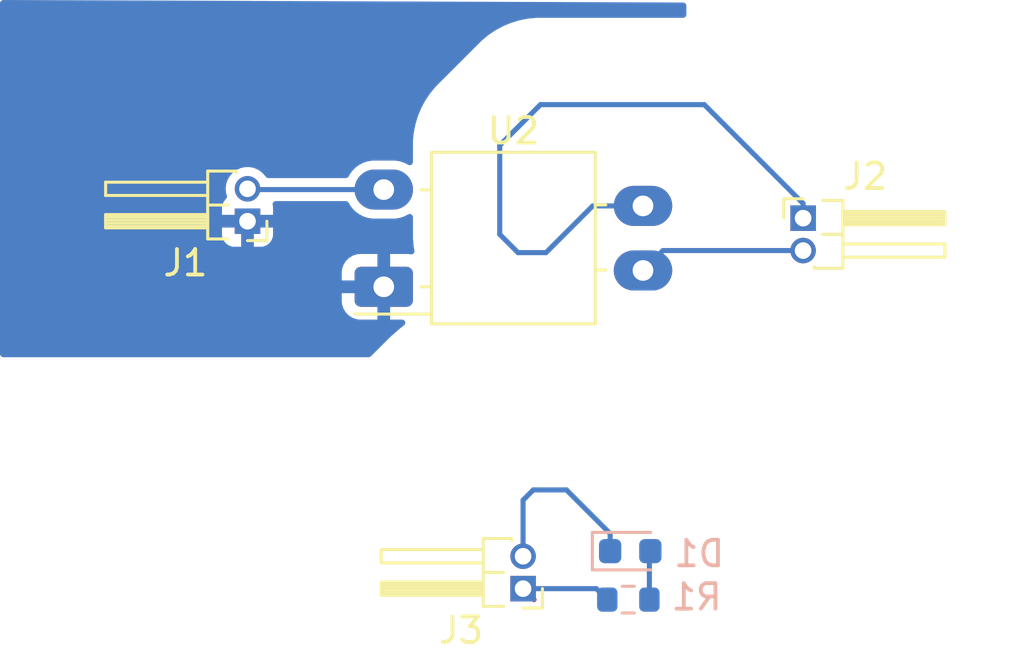
<source format=kicad_pcb>
(kicad_pcb (version 20241229) (generator "pcbnew") (generator_version "9.0")
  (layers (0 "F.Cu" signal) (2 "B.Cu" signal) (13 "F.Paste" user) (15 "B.Paste" user) (5 "F.SilkS" user "F.Silkscreen") (7 "B.SilkS" user "B.Silkscreen") (1 "F.Mask" user) (3 "B.Mask" user) (25 "Edge.Cuts" user))
  (net 0 "")
  (net 1 "Net-(J2-Pin_2)")
  (net 2 "Net-(J1-Pin_1)")
  (net 3 "Net-(J1-Pin_2)")
  (net 4 "Net-(J2-Pin_1)")
  (net 5 "Net-(D1-A)")
  (net 6 "Net-(D1-K)")
  (net 7 "Net-(J3-Pin_1)")
  (footprint "OptoDevice:Luna_NSL-32" (layer "F.Cu") (at 117.84 63.54)
    (property "Reference" "U2" (at 5.08 -6.11 180) (layer "F.SilkS"))
    (property "Value" "NSL-32")
    (fp_line (start -1.12 1.07) (end 1.87 1.07) (stroke (width 0.12)) (layer "F.SilkS"))
    (fp_line (start 1.46 -3.8) (end 1.87 -3.8) (stroke (width 0.12)) (layer "F.SilkS"))
    (fp_line (start 1.46 0) (end 1.87 0) (stroke (width 0.12)) (layer "F.SilkS"))
    (fp_line (start 1.87 -5.27) (end 8.29 -5.27) (stroke (width 0.12)) (layer "F.SilkS"))
    (fp_line (start 1.87 1.45) (end 1.87 -5.27) (stroke (width 0.12)) (layer "F.SilkS"))
    (fp_line (start 8.29 -5.27) (end 8.29 1.45) (stroke (width 0.12)) (layer "F.SilkS"))
    (fp_line (start 8.29 -3.21) (end 8.7 -3.21) (stroke (width 0.12)) (layer "F.SilkS"))
    (fp_line (start 8.29 -0.66) (end 8.7 -0.66) (stroke (width 0.12)) (layer "F.SilkS"))
    (fp_line (start 8.29 1.45) (end 1.87 1.45) (stroke (width 0.12)) (layer "F.SilkS"))
    (pad "1" thru_hole roundrect (at 0 0) (size 2.29 1.57) (drill 0.81) (layers "*.Cu" "*.Mask") (roundrect_rratio 0.159) (net 2 "Net-(J1-Pin_1)"))
    (pad "2" thru_hole oval (at 0 -3.81) (size 2.29 1.57) (drill 0.81) (layers "*.Cu" "*.Mask") (net 3 "Net-(J1-Pin_2)"))
    (pad "3" thru_hole oval (at 10.16 -3.17) (size 2.29 1.57) (drill 0.81) (layers "*.Cu" "*.Mask") (net 4 "Net-(J2-Pin_1)"))
    (pad "4" thru_hole oval (at 10.16 -0.64) (size 2.29 1.57) (drill 0.81) (layers "*.Cu" "*.Mask") (net 1 "Net-(J2-Pin_2)"))
  )
  (footprint "Connector_PinHeader_1.27mm:PinHeader_1x02_P1.27mm_Horizontal" (layer "F.Cu") (at 112.5 60.97 180)
    (property "Reference" "J1" (at 2.4325 -1.635 180) (layer "F.SilkS"))
    (property "Value" "Conn_01x02_Pin")
    (fp_line (start 5.56 1.53) (end 1.56 1.53) (stroke (width 0.12)) (layer "F.SilkS"))
    (fp_line (start 5.56 1.01) (end 5.56 1.53) (stroke (width 0.12)) (layer "F.SilkS"))
    (fp_line (start 5.56 0.26) (end 1.56 0.26) (stroke (width 0.12)) (layer "F.SilkS"))
    (fp_line (start 5.56 -0.26) (end 5.56 0.26) (stroke (width 0.12)) (layer "F.SilkS"))
    (fp_line (start 1.56 1.965) (end 0.44 1.965) (stroke (width 0.12)) (layer "F.SilkS"))
    (fp_line (start 1.56 1.01) (end 5.56 1.01) (stroke (width 0.12)) (layer "F.SilkS"))
    (fp_line (start 1.56 0.16) (end 5.56 0.16) (stroke (width 0.12)) (layer "F.SilkS"))
    (fp_line (start 1.56 0.04) (end 5.56 0.04) (stroke (width 0.12)) (layer "F.SilkS"))
    (fp_line (start 1.56 -0.08) (end 5.56 -0.08) (stroke (width 0.12)) (layer "F.SilkS"))
    (fp_line (start 1.56 -0.2) (end 5.56 -0.2) (stroke (width 0.12)) (layer "F.SilkS"))
    (fp_line (start 1.56 -0.26) (end 5.56 -0.26) (stroke (width 0.12)) (layer "F.SilkS"))
    (fp_line (start 1.56 -0.695) (end 1.56 1.965) (stroke (width 0.12)) (layer "F.SilkS"))
    (fp_line (start 0.76 0.635) (end 1.56 0.635) (stroke (width 0.12)) (layer "F.SilkS"))
    (fp_line (start 0.76 -0.695) (end 1.56 -0.695) (stroke (width 0.12)) (layer "F.SilkS"))
    (fp_line (start 0.44 1.965) (end 0.44 1.889677) (stroke (width 0.12)) (layer "F.SilkS"))
    (fp_line (start -0.76 0) (end -0.76 -0.76) (stroke (width 0.12)) (layer "F.SilkS"))
    (fp_line (start -0.76 -0.76) (end 0 -0.76) (stroke (width 0.12)) (layer "F.SilkS"))
    (pad "1" thru_hole rect (at 0 0 180) (size 1 1) (drill 0.65) (layers "*.Cu" "*.Mask") (net 2 "Net-(J1-Pin_1)"))
    (pad "2" thru_hole oval (at 0 1.27 180) (size 1 1) (drill 0.65) (layers "*.Cu" "*.Mask") (net 3 "Net-(J1-Pin_2)"))
  )
  (footprint "Connector_PinHeader_1.27mm:PinHeader_1x02_P1.27mm_Horizontal" (layer "F.Cu") (at 123.3 75.37 180)
    (property "Reference" "J3" (at 2.4325 -1.635 180) (layer "F.SilkS"))
    (property "Value" "Conn_01x02_Pin")
    (fp_line (start 5.56 1.53) (end 1.56 1.53) (stroke (width 0.12)) (layer "F.SilkS"))
    (fp_line (start 5.56 1.01) (end 5.56 1.53) (stroke (width 0.12)) (layer "F.SilkS"))
    (fp_line (start 5.56 0.26) (end 1.56 0.26) (stroke (width 0.12)) (layer "F.SilkS"))
    (fp_line (start 5.56 -0.26) (end 5.56 0.26) (stroke (width 0.12)) (layer "F.SilkS"))
    (fp_line (start 1.56 1.965) (end 0.44 1.965) (stroke (width 0.12)) (layer "F.SilkS"))
    (fp_line (start 1.56 1.01) (end 5.56 1.01) (stroke (width 0.12)) (layer "F.SilkS"))
    (fp_line (start 1.56 0.16) (end 5.56 0.16) (stroke (width 0.12)) (layer "F.SilkS"))
    (fp_line (start 1.56 0.04) (end 5.56 0.04) (stroke (width 0.12)) (layer "F.SilkS"))
    (fp_line (start 1.56 -0.08) (end 5.56 -0.08) (stroke (width 0.12)) (layer "F.SilkS"))
    (fp_line (start 1.56 -0.2) (end 5.56 -0.2) (stroke (width 0.12)) (layer "F.SilkS"))
    (fp_line (start 1.56 -0.26) (end 5.56 -0.26) (stroke (width 0.12)) (layer "F.SilkS"))
    (fp_line (start 1.56 -0.695) (end 1.56 1.965) (stroke (width 0.12)) (layer "F.SilkS"))
    (fp_line (start 0.76 0.635) (end 1.56 0.635) (stroke (width 0.12)) (layer "F.SilkS"))
    (fp_line (start 0.76 -0.695) (end 1.56 -0.695) (stroke (width 0.12)) (layer "F.SilkS"))
    (fp_line (start 0.44 1.965) (end 0.44 1.889677) (stroke (width 0.12)) (layer "F.SilkS"))
    (fp_line (start -0.76 0) (end -0.76 -0.76) (stroke (width 0.12)) (layer "F.SilkS"))
    (fp_line (start -0.76 -0.76) (end 0 -0.76) (stroke (width 0.12)) (layer "F.SilkS"))
    (pad "1" thru_hole rect (at 0 0 180) (size 1 1) (drill 0.65) (layers "*.Cu" "*.Mask") (net 7 "Net-(J3-Pin_1)"))
    (pad "2" thru_hole oval (at 0 1.27 180) (size 1 1) (drill 0.65) (layers "*.Cu" "*.Mask") (net 6 "Net-(D1-K)"))
  )
  (footprint "Connector_PinHeader_1.27mm:PinHeader_1x02_P1.27mm_Horizontal" (layer "F.Cu") (at 134.275 60.85)
    (property "Reference" "J2" (at 2.4325 -1.635 0) (layer "F.SilkS"))
    (property "Value" "Conn_01x02_Pin")
    (fp_line (start -0.76 -0.76) (end 0 -0.76) (stroke (width 0.12)) (layer "F.SilkS"))
    (fp_line (start -0.76 0) (end -0.76 -0.76) (stroke (width 0.12)) (layer "F.SilkS"))
    (fp_line (start 0.44 1.965) (end 0.44 1.889677) (stroke (width 0.12)) (layer "F.SilkS"))
    (fp_line (start 0.76 -0.695) (end 1.56 -0.695) (stroke (width 0.12)) (layer "F.SilkS"))
    (fp_line (start 0.76 0.635) (end 1.56 0.635) (stroke (width 0.12)) (layer "F.SilkS"))
    (fp_line (start 1.56 -0.695) (end 1.56 1.965) (stroke (width 0.12)) (layer "F.SilkS"))
    (fp_line (start 1.56 -0.26) (end 5.56 -0.26) (stroke (width 0.12)) (layer "F.SilkS"))
    (fp_line (start 1.56 -0.2) (end 5.56 -0.2) (stroke (width 0.12)) (layer "F.SilkS"))
    (fp_line (start 1.56 -0.08) (end 5.56 -0.08) (stroke (width 0.12)) (layer "F.SilkS"))
    (fp_line (start 1.56 0.04) (end 5.56 0.04) (stroke (width 0.12)) (layer "F.SilkS"))
    (fp_line (start 1.56 0.16) (end 5.56 0.16) (stroke (width 0.12)) (layer "F.SilkS"))
    (fp_line (start 1.56 1.01) (end 5.56 1.01) (stroke (width 0.12)) (layer "F.SilkS"))
    (fp_line (start 1.56 1.965) (end 0.44 1.965) (stroke (width 0.12)) (layer "F.SilkS"))
    (fp_line (start 5.56 -0.26) (end 5.56 0.26) (stroke (width 0.12)) (layer "F.SilkS"))
    (fp_line (start 5.56 0.26) (end 1.56 0.26) (stroke (width 0.12)) (layer "F.SilkS"))
    (fp_line (start 5.56 1.01) (end 5.56 1.53) (stroke (width 0.12)) (layer "F.SilkS"))
    (fp_line (start 5.56 1.53) (end 1.56 1.53) (stroke (width 0.12)) (layer "F.SilkS"))
    (pad "1" thru_hole rect (at 0 0) (size 1 1) (drill 0.65) (layers "*.Cu" "*.Mask") (net 4 "Net-(J2-Pin_1)"))
    (pad "2" thru_hole oval (at 0 1.27) (size 1 1) (drill 0.65) (layers "*.Cu" "*.Mask") (net 1 "Net-(J2-Pin_2)"))
  )
  (footprint "Resistor_SMD:R_0603_1608Metric" (layer "B.Cu") (at 127.425 75.8 180)
    (property "Reference" "R1" (at -2.675 0.1 180) (layer "B.SilkS") (effects (justify mirror)))
    (property "Value" "R")
    (fp_line (start 0.237258 0.5225) (end -0.237258 0.5225) (stroke (width 0.12)) (layer "B.SilkS"))
    (fp_line (start 0.237258 -0.5225) (end -0.237258 -0.5225) (stroke (width 0.12)) (layer "B.SilkS"))
    (pad "1" smd roundrect (at -0.825 0 180) (size 0.8 0.95) (layers "B.Cu" "B.Mask" "B.Paste") (net 5 "Net-(D1-A)"))
    (pad "2" smd roundrect (at 0.825 0 180) (size 0.8 0.95) (layers "B.Cu" "B.Mask" "B.Paste") (net 7 "Net-(J3-Pin_1)"))
  )
  (footprint "LED_SMD:LED_0603_1608Metric" (layer "B.Cu") (at 127.5 73.9)
    (property "Reference" "D1" (at 2.7 0.1 0) (layer "B.SilkS") (effects (justify mirror)))
    (property "Value" "LED")
    (fp_line (start -1.485 -0.735) (end -1.485 0.735) (stroke (width 0.12)) (layer "B.SilkS"))
    (fp_line (start -1.485 0.735) (end 0.8 0.735) (stroke (width 0.12)) (layer "B.SilkS"))
    (fp_line (start 0.8 -0.735) (end -1.485 -0.735) (stroke (width 0.12)) (layer "B.SilkS"))
    (pad "1" smd roundrect (at -0.7875 0) (size 0.875 0.95) (layers "B.Cu" "B.Mask" "B.Paste") (net 6 "Net-(D1-K)"))
    (pad "2" smd roundrect (at 0.7875 0) (size 0.875 0.95) (layers "B.Cu" "B.Mask" "B.Paste") (net 5 "Net-(D1-A)"))
  )
  (segment (start 134.275 62.12) (end 128.78 62.12) (width 0.2) (layer "B.Cu") (net 1))
  (segment (start 128.78 62.12) (end 128 62.9) (width 0.2) (layer "B.Cu") (net 1))
  (segment (start 117.8 63.5) (end 117.84 63.54) (width 0.2) (layer "B.Cu") (net 2))
  (segment (start 112.5 60.97) (end 112.5 63.1) (width 0.2) (layer "B.Cu") (net 2))
  (segment (start 112.5 63.1) (end 112.9 63.5) (width 0.2) (layer "B.Cu") (net 2))
  (segment (start 112.9 63.5) (end 117.8 63.5) (width 0.2) (layer "B.Cu") (net 2))
  (segment (start 112.53 59.73) (end 112.5 59.7) (width 0.2) (layer "B.Cu") (net 3))
  (segment (start 117.84 59.73) (end 112.53 59.73) (width 0.2) (layer "B.Cu") (net 3))
  (segment (start 123.981516 56.4) (end 122.385 57.996516) (width 0.2) (layer "B.Cu") (net 4))
  (segment (start 122.385 57.996516) (end 122.385 61.485) (width 0.2) (layer "B.Cu") (net 4))
  (segment (start 124.2 62.2) (end 126.03 60.37) (width 0.2) (layer "B.Cu") (net 4))
  (segment (start 123.1 62.2) (end 124.2 62.2) (width 0.2) (layer "B.Cu") (net 4))
  (segment (start 134.275 60.275) (end 130.4 56.4) (width 0.2) (layer "B.Cu") (net 4))
  (segment (start 122.385 61.485) (end 123.1 62.2) (width 0.2) (layer "B.Cu") (net 4))
  (segment (start 126.03 60.37) (end 128 60.37) (width 0.2) (layer "B.Cu") (net 4))
  (segment (start 134.275 60.85) (end 134.275 60.275) (width 0.2) (layer "B.Cu") (net 4))
  (segment (start 130.4 56.4) (end 123.981516 56.4) (width 0.2) (layer "B.Cu") (net 4))
  (segment (start 128.2875 75.7625) (end 128.25 75.8) (width 0.2) (layer "F.Cu") (net 5))
  (segment (start 128.25 73.9375) (end 128.2875 73.9) (width 0.2) (layer "B.Cu") (net 5))
  (segment (start 128.25 75.8) (end 128.25 73.9375) (width 0.2) (layer "B.Cu") (net 5))
  (segment (start 126.7125 73.2125) (end 126.7125 73.9) (width 0.2) (layer "B.Cu") (net 6))
  (segment (start 125 71.5) (end 126.7125 73.2125) (width 0.2) (layer "B.Cu") (net 6))
  (segment (start 123.3 71.9) (end 123.7 71.5) (width 0.2) (layer "B.Cu") (net 6))
  (segment (start 123.3 74.1) (end 123.3 71.9) (width 0.2) (layer "B.Cu") (net 6))
  (segment (start 123.7 71.5) (end 125 71.5) (width 0.2) (layer "B.Cu") (net 6))
  (segment (start 123.73 75.8) (end 123.3 75.37) (width 0.2) (layer "F.Cu") (net 7))
  (segment (start 126.17 75.37) (end 126.6 75.8) (width 0.2) (layer "B.Cu") (net 7))
  (segment (start 123.3 75.37) (end 126.17 75.37) (width 0.2) (layer "B.Cu") (net 7))
  (zone (net 2) (net_name "Net-(J1-Pin_1)") (layer "B.Cu") (connect_pads (clearance 0.5)) (min_thickness 0.25) (fill yes (thermal_gap 0.5) (thermal_bridge_width 0.5))
    (polygon (pts (xy 129.7 52.4) (xy 102.8 52.3) (xy 102.8 66.3) (xy 129.7 66.3)))
  )
)
</source>
